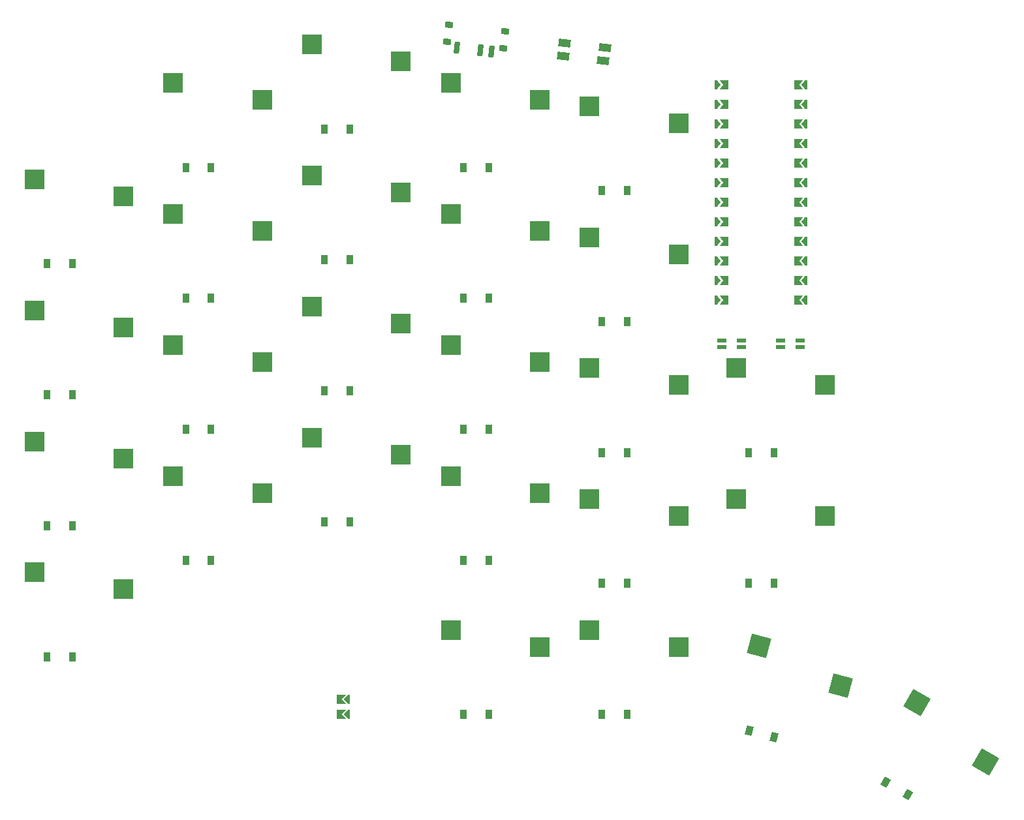
<source format=gbr>
%TF.GenerationSoftware,KiCad,Pcbnew,8.0.4*%
%TF.CreationDate,2024-09-01T12:28:14-05:00*%
%TF.ProjectId,sweeppp,73776565-7070-4702-9e6b-696361645f70,v1.0.0*%
%TF.SameCoordinates,Original*%
%TF.FileFunction,Paste,Bot*%
%TF.FilePolarity,Positive*%
%FSLAX46Y46*%
G04 Gerber Fmt 4.6, Leading zero omitted, Abs format (unit mm)*
G04 Created by KiCad (PCBNEW 8.0.4) date 2024-09-01 12:28:14*
%MOMM*%
%LPD*%
G01*
G04 APERTURE LIST*
G04 Aperture macros list*
%AMRotRect*
0 Rectangle, with rotation*
0 The origin of the aperture is its center*
0 $1 length*
0 $2 width*
0 $3 Rotation angle, in degrees counterclockwise*
0 Add horizontal line*
21,1,$1,$2,0,0,$3*%
%AMFreePoly0*
4,1,6,0.250000,0.000000,-0.250000,-0.625000,-0.500000,-0.625000,-0.500000,0.625000,-0.250000,0.625000,0.250000,0.000000,0.250000,0.000000,$1*%
%AMFreePoly1*
4,1,6,0.500000,-0.625000,-0.650000,-0.625000,-0.150000,0.000000,-0.650000,0.625000,0.500000,0.625000,0.500000,-0.625000,0.500000,-0.625000,$1*%
%AMFreePoly2*
4,1,6,0.600000,-0.200000,0.600000,-0.400000,-0.600000,-0.400000,-0.600000,-0.200000,0.000000,0.400000,0.600000,-0.200000,0.600000,-0.200000,$1*%
%AMFreePoly3*
4,1,6,0.600000,-1.000000,0.000000,-0.400000,-0.600000,-1.000000,-0.600000,0.250000,0.600000,0.250000,0.600000,-1.000000,0.600000,-1.000000,$1*%
G04 Aperture macros list end*
%ADD10R,2.600000X2.600000*%
%ADD11RotRect,2.600000X2.600000X345.000000*%
%ADD12RotRect,2.600000X2.600000X330.000000*%
%ADD13R,0.900000X1.200000*%
%ADD14RotRect,0.900000X1.200000X345.000000*%
%ADD15RotRect,0.900000X1.200000X330.000000*%
%ADD16FreePoly0,0.000000*%
%ADD17FreePoly1,0.000000*%
%ADD18FreePoly1,180.000000*%
%ADD19FreePoly0,180.000000*%
%ADD20R,1.200000X0.600000*%
%ADD21RotRect,1.550000X1.000000X173.300000*%
%ADD22RotRect,1.000000X0.800000X353.300000*%
%ADD23RotRect,0.700000X1.500000X353.300000*%
%ADD24FreePoly2,90.000000*%
%ADD25FreePoly3,90.000000*%
G04 APERTURE END LIST*
D10*
%TO.C,S1*%
X94318928Y-90900575D03*
X105868928Y-93100575D03*
%TD*%
%TO.C,S2*%
X94318928Y-73900576D03*
X105868928Y-76100576D03*
%TD*%
%TO.C,S3*%
X94318929Y-56900576D03*
X105868929Y-59100576D03*
%TD*%
%TO.C,S4*%
X94318925Y-39900576D03*
X105868925Y-42100576D03*
%TD*%
%TO.C,S5*%
X112318927Y-78400574D03*
X123868927Y-80600574D03*
%TD*%
%TO.C,S6*%
X112318928Y-61400574D03*
X123868928Y-63600574D03*
%TD*%
%TO.C,S7*%
X112318927Y-44400574D03*
X123868927Y-46600574D03*
%TD*%
%TO.C,S8*%
X112318928Y-27400576D03*
X123868928Y-29600576D03*
%TD*%
%TO.C,S9*%
X130318926Y-73400577D03*
X141868926Y-75600577D03*
%TD*%
%TO.C,S10*%
X130318928Y-56400573D03*
X141868928Y-58600573D03*
%TD*%
%TO.C,S11*%
X130318927Y-39400576D03*
X141868927Y-41600576D03*
%TD*%
%TO.C,S12*%
X130318927Y-22400576D03*
X141868927Y-24600576D03*
%TD*%
%TO.C,S13*%
X148318927Y-78400576D03*
X159868927Y-80600576D03*
%TD*%
%TO.C,S14*%
X148318927Y-61400576D03*
X159868927Y-63600576D03*
%TD*%
%TO.C,S15*%
X148318927Y-44400575D03*
X159868927Y-46600575D03*
%TD*%
%TO.C,S16*%
X148318929Y-27400576D03*
X159868929Y-29600576D03*
%TD*%
%TO.C,S17*%
X166318929Y-81400576D03*
X177868929Y-83600576D03*
%TD*%
%TO.C,S18*%
X166318926Y-64400576D03*
X177868926Y-66600576D03*
%TD*%
%TO.C,S19*%
X166318926Y-47400574D03*
X177868926Y-49600574D03*
%TD*%
%TO.C,S20*%
X166318928Y-30400575D03*
X177868928Y-32600575D03*
%TD*%
%TO.C,S21*%
X185318927Y-81400574D03*
X196868927Y-83600574D03*
%TD*%
%TO.C,S22*%
X185318928Y-64400573D03*
X196868928Y-66600573D03*
%TD*%
%TO.C,S23*%
X148318928Y-98400576D03*
X159868928Y-100600576D03*
%TD*%
%TO.C,S24*%
X166318929Y-98400576D03*
X177868929Y-100600576D03*
%TD*%
D11*
%TO.C,S25*%
X188350630Y-100463993D03*
X198937672Y-105578390D03*
%TD*%
D12*
%TO.C,S26*%
X208815509Y-107817045D03*
X217718102Y-115497300D03*
%TD*%
D13*
%TO.C,D1*%
X99243927Y-101850576D03*
X95943927Y-101850574D03*
%TD*%
%TO.C,D2*%
X99243929Y-84850578D03*
X95943929Y-84850576D03*
%TD*%
%TO.C,D3*%
X99243928Y-67850576D03*
X95943928Y-67850574D03*
%TD*%
%TO.C,D4*%
X99243927Y-50850578D03*
X95943927Y-50850576D03*
%TD*%
%TO.C,D5*%
X117243926Y-89350576D03*
X113943926Y-89350574D03*
%TD*%
%TO.C,D6*%
X117243928Y-72350576D03*
X113943928Y-72350574D03*
%TD*%
%TO.C,D7*%
X117243928Y-55350575D03*
X113943928Y-55350573D03*
%TD*%
%TO.C,D8*%
X117243927Y-38350576D03*
X113943927Y-38350574D03*
%TD*%
%TO.C,D9*%
X135243927Y-84350574D03*
X131943927Y-84350572D03*
%TD*%
%TO.C,D10*%
X135243925Y-67350577D03*
X131943925Y-67350575D03*
%TD*%
%TO.C,D11*%
X135243928Y-50350577D03*
X131943928Y-50350575D03*
%TD*%
%TO.C,D12*%
X135243928Y-33350576D03*
X131943928Y-33350574D03*
%TD*%
%TO.C,D13*%
X153243927Y-89350577D03*
X149943927Y-89350575D03*
%TD*%
%TO.C,D14*%
X153243927Y-72350575D03*
X149943927Y-72350573D03*
%TD*%
%TO.C,D15*%
X153243928Y-55350577D03*
X149943928Y-55350575D03*
%TD*%
%TO.C,D16*%
X153243930Y-38350577D03*
X149943930Y-38350575D03*
%TD*%
%TO.C,D17*%
X171243927Y-92350576D03*
X167943927Y-92350574D03*
%TD*%
%TO.C,D18*%
X171243928Y-75350575D03*
X167943928Y-75350573D03*
%TD*%
%TO.C,D19*%
X171243926Y-58350576D03*
X167943926Y-58350574D03*
%TD*%
%TO.C,D20*%
X171243927Y-41350576D03*
X167943927Y-41350574D03*
%TD*%
%TO.C,D21*%
X190243929Y-92350576D03*
X186943929Y-92350574D03*
%TD*%
%TO.C,D22*%
X190243927Y-75350575D03*
X186943927Y-75350573D03*
%TD*%
%TO.C,D23*%
X153243927Y-109350576D03*
X149943927Y-109350574D03*
%TD*%
%TO.C,D24*%
X171243929Y-109350576D03*
X167943929Y-109350574D03*
%TD*%
D14*
%TO.C,D25*%
X190273749Y-112315563D03*
X187086193Y-111461463D03*
%TD*%
D15*
%TO.C,D26*%
X207605689Y-119762521D03*
X204747803Y-118112521D03*
%TD*%
D16*
%TO.C,MCU1*%
X183093925Y-27650574D03*
D17*
X183818924Y-27650574D03*
D18*
X193368925Y-27650574D03*
D19*
X194093925Y-27650574D03*
D16*
X183093925Y-30190574D03*
D17*
X183818925Y-30190575D03*
D18*
X193368925Y-30190575D03*
D19*
X194093925Y-30190574D03*
D16*
X183093925Y-32730573D03*
D17*
X183818925Y-32730574D03*
D18*
X193368925Y-32730574D03*
D19*
X194093925Y-32730574D03*
D16*
X183093925Y-35270574D03*
D17*
X183818925Y-35270574D03*
D18*
X193368927Y-35270574D03*
D19*
X194093925Y-35270574D03*
D16*
X183093925Y-37810574D03*
D17*
X183818926Y-37810573D03*
D18*
X193368924Y-37810573D03*
D19*
X194093925Y-37810574D03*
D16*
X183093925Y-40350574D03*
D17*
X183818925Y-40350574D03*
D18*
X193368925Y-40350574D03*
D19*
X194093925Y-40350574D03*
D16*
X183093925Y-42890574D03*
D17*
X183818926Y-42890575D03*
D18*
X193368924Y-42890575D03*
D19*
X194093925Y-42890574D03*
D16*
X183093925Y-45430574D03*
D17*
X183818923Y-45430574D03*
D18*
X193368925Y-45430574D03*
D19*
X194093925Y-45430574D03*
D16*
X183093925Y-47970574D03*
D17*
X183818925Y-47970574D03*
D18*
X193368925Y-47970574D03*
D19*
X194093925Y-47970575D03*
D16*
X183093925Y-50510574D03*
D17*
X183818925Y-50510573D03*
D18*
X193368925Y-50510573D03*
D19*
X194093925Y-50510574D03*
D16*
X183093925Y-53050574D03*
D17*
X183818925Y-53050574D03*
D18*
X193368926Y-53050574D03*
D19*
X194093925Y-53050574D03*
D16*
X183093925Y-55590574D03*
D17*
X183818924Y-55590574D03*
D18*
X193368926Y-55590574D03*
D19*
X194093925Y-55590574D03*
%TD*%
D20*
%TO.C,DISP1*%
X193673928Y-60800573D03*
X191133928Y-60800574D03*
X186053928Y-60800573D03*
X183513928Y-60800574D03*
X193673928Y-61700572D03*
X191133928Y-61700573D03*
X186053929Y-61700573D03*
X183513929Y-61700573D03*
%TD*%
D21*
%TO.C,RST1*%
X163086027Y-22200120D03*
X162887686Y-23888511D03*
X168300172Y-22812641D03*
X168101831Y-24501032D03*
%TD*%
D22*
%TO.C,PWR1*%
X147842265Y-22002319D03*
X148100107Y-19807412D03*
X155092411Y-22854015D03*
X155350253Y-20659107D03*
D23*
X149156868Y-22811219D03*
X152136380Y-23161231D03*
X153626136Y-23336237D03*
%TD*%
D24*
%TO.C,JST1*%
X134793929Y-107350574D03*
X134793929Y-109350577D03*
D25*
X133777929Y-109350576D03*
X133777929Y-107350576D03*
%TD*%
M02*

</source>
